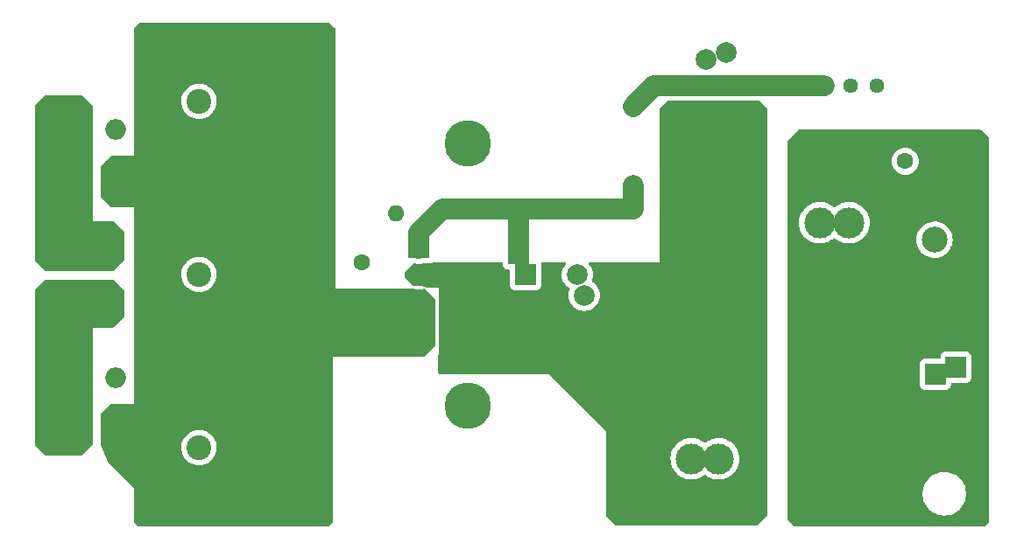
<source format=gbr>
%TF.GenerationSoftware,KiCad,Pcbnew,(6.0.0)*%
%TF.CreationDate,2022-07-31T17:47:00+01:00*%
%TF.ProjectId,M filament Heater,4d206669-6c61-46d6-956e-742048656174,rev?*%
%TF.SameCoordinates,Original*%
%TF.FileFunction,Copper,L1,Top*%
%TF.FilePolarity,Positive*%
%FSLAX46Y46*%
G04 Gerber Fmt 4.6, Leading zero omitted, Abs format (unit mm)*
G04 Created by KiCad (PCBNEW (6.0.0)) date 2022-07-31 17:47:00*
%MOMM*%
%LPD*%
G01*
G04 APERTURE LIST*
%TA.AperFunction,ComponentPad*%
%ADD10C,1.600000*%
%TD*%
%TA.AperFunction,ComponentPad*%
%ADD11R,2.000000X2.000000*%
%TD*%
%TA.AperFunction,ComponentPad*%
%ADD12C,2.000000*%
%TD*%
%TA.AperFunction,ComponentPad*%
%ADD13R,2.400000X2.400000*%
%TD*%
%TA.AperFunction,ComponentPad*%
%ADD14C,2.400000*%
%TD*%
%TA.AperFunction,ComponentPad*%
%ADD15O,2.000000X2.000000*%
%TD*%
%TA.AperFunction,ComponentPad*%
%ADD16R,2.500000X2.500000*%
%TD*%
%TA.AperFunction,ComponentPad*%
%ADD17C,2.500000*%
%TD*%
%TA.AperFunction,ComponentPad*%
%ADD18O,1.600000X1.600000*%
%TD*%
%TA.AperFunction,ComponentPad*%
%ADD19R,2.000000X1.905000*%
%TD*%
%TA.AperFunction,ComponentPad*%
%ADD20O,2.000000X1.905000*%
%TD*%
%TA.AperFunction,ComponentPad*%
%ADD21C,4.500000*%
%TD*%
%TA.AperFunction,ComponentPad*%
%ADD22C,1.440000*%
%TD*%
%TA.AperFunction,ComponentPad*%
%ADD23R,3.000000X3.000000*%
%TD*%
%TA.AperFunction,ComponentPad*%
%ADD24C,3.000000*%
%TD*%
%TA.AperFunction,Conductor*%
%ADD25C,2.000000*%
%TD*%
G04 APERTURE END LIST*
D10*
%TO.P,C8,1*%
%TO.N,Net-(C7-Pad1)*%
X186279000Y-91519063D03*
%TO.P,C8,2*%
%TO.N,Net-(C7-Pad2)*%
X191279000Y-91519063D03*
%TD*%
D11*
%TO.P,C6,1*%
%TO.N,Net-(C6-Pad1)*%
X164994427Y-87322144D03*
X166994427Y-86650000D03*
D12*
%TO.P,C6,2*%
%TO.N,GND*%
X166994427Y-81650000D03*
X168994427Y-80977856D03*
%TD*%
D13*
%TO.P,C1,1*%
%TO.N,Net-(C1-Pad1)*%
X125511755Y-119224659D03*
D14*
%TO.P,C1,2*%
%TO.N,GND*%
X118011755Y-119224659D03*
%TD*%
D11*
%TO.P,D4,1,K*%
%TO.N,Net-(D2-Pad2)*%
X104869000Y-88460000D03*
D15*
%TO.P,D4,2,A*%
%TO.N,GND*%
X109949000Y-88460000D03*
%TD*%
D16*
%TO.P,J2,1,Pin_1*%
%TO.N,Net-(C7-Pad2)*%
X189104000Y-104119063D03*
D17*
%TO.P,J2,2,Pin_2*%
%TO.N,Net-(C7-Pad1)*%
X189104000Y-99119063D03*
%TD*%
D13*
%TO.P,C2,1*%
%TO.N,Net-(C1-Pad1)*%
X125511755Y-85704186D03*
D14*
%TO.P,C2,2*%
%TO.N,GND*%
X118011755Y-85704186D03*
%TD*%
D11*
%TO.P,D2,1,K*%
%TO.N,Net-(C1-Pad1)*%
X109949000Y-92535000D03*
D15*
%TO.P,D2,2,A*%
%TO.N,Net-(D2-Pad2)*%
X104869000Y-92535000D03*
%TD*%
D10*
%TO.P,R3,1*%
%TO.N,Net-(C6-Pad1)*%
X159949000Y-103780000D03*
D18*
%TO.P,R3,2*%
%TO.N,Net-(C5-Pad1)*%
X159949000Y-96160000D03*
%TD*%
D10*
%TO.P,R2,1*%
%TO.N,Net-(C5-Pad1)*%
X159949000Y-93810000D03*
D18*
%TO.P,R2,2*%
%TO.N,Net-(R2-Pad2)*%
X159949000Y-86190000D03*
%TD*%
D19*
%TO.P,U1,1,ADJ*%
%TO.N,Net-(C5-Pad1)*%
X139259000Y-99950000D03*
D20*
%TO.P,U1,2,VO*%
%TO.N,Net-(C6-Pad1)*%
X139259000Y-102490000D03*
%TO.P,U1,3,VI*%
%TO.N,Net-(C1-Pad1)*%
X139259000Y-105030000D03*
%TD*%
D11*
%TO.P,D3,1,K*%
%TO.N,Net-(D1-Pad2)*%
X104869000Y-112445000D03*
D15*
%TO.P,D3,2,A*%
%TO.N,GND*%
X109949000Y-112445000D03*
%TD*%
D11*
%TO.P,D1,1,K*%
%TO.N,Net-(C1-Pad1)*%
X109949000Y-116520000D03*
D15*
%TO.P,D1,2,A*%
%TO.N,Net-(D1-Pad2)*%
X104869000Y-116520000D03*
%TD*%
D21*
%TO.P,HS1,1*%
%TO.N,N/C*%
X143954000Y-89790000D03*
X143954000Y-115190000D03*
%TD*%
D22*
%TO.P,RV1,1,1*%
%TO.N,Net-(R2-Pad2)*%
X178459000Y-84167323D03*
%TO.P,RV1,2,2*%
%TO.N,GND*%
X180999000Y-84167323D03*
%TO.P,RV1,3,3*%
X183539000Y-84167323D03*
%TD*%
D13*
%TO.P,C3,1*%
%TO.N,Net-(C1-Pad1)*%
X125511755Y-102464422D03*
D14*
%TO.P,C3,2*%
%TO.N,GND*%
X118011755Y-102464422D03*
%TD*%
D23*
%TO.P,FL1,1,1*%
%TO.N,Net-(C6-Pad1)*%
X165596548Y-97467500D03*
X168228998Y-97467500D03*
D24*
%TO.P,FL1,2,2*%
%TO.N,Net-(C7-Pad1)*%
X178011548Y-97467500D03*
X180836548Y-97467500D03*
%TO.P,FL1,3,3*%
%TO.N,GND*%
X165596548Y-120327500D03*
X168228998Y-120327500D03*
%TO.P,FL1,4,4*%
%TO.N,Net-(C7-Pad2)*%
X178011548Y-120327500D03*
X180836548Y-120327500D03*
%TD*%
D11*
%TO.P,C5,1*%
%TO.N,Net-(C5-Pad1)*%
X149576323Y-102490000D03*
X148904179Y-100490000D03*
D12*
%TO.P,C5,2*%
%TO.N,GND*%
X155248467Y-104490000D03*
X154576323Y-102490000D03*
%TD*%
D10*
%TO.P,C4,1*%
%TO.N,Net-(C1-Pad1)*%
X133739000Y-106330000D03*
%TO.P,C4,2*%
%TO.N,GND*%
X133739000Y-101330000D03*
%TD*%
D11*
%TO.P,C7,1*%
%TO.N,Net-(C7-Pad1)*%
X189179000Y-112144063D03*
X191179000Y-111471919D03*
D12*
%TO.P,C7,2*%
%TO.N,Net-(C7-Pad2)*%
X187179000Y-117816207D03*
X189179000Y-117144063D03*
%TD*%
D16*
%TO.P,~  ~,1,Pin_1*%
%TO.N,Net-(D1-Pad2)*%
X106759000Y-104990000D03*
D17*
%TO.P,~  ~,2,Pin_2*%
%TO.N,Net-(D2-Pad2)*%
X106759000Y-99990000D03*
%TD*%
D10*
%TO.P,R1,1*%
%TO.N,Net-(C1-Pad1)*%
X129389000Y-96550000D03*
D18*
%TO.P,R1,2*%
%TO.N,GND*%
X137009000Y-96550000D03*
%TD*%
D25*
%TO.N,Net-(C5-Pad1)*%
X139259000Y-98430000D02*
X139259000Y-99950000D01*
X159949000Y-96160000D02*
X149109000Y-96160000D01*
X148904179Y-96364821D02*
X149109000Y-96160000D01*
X148904179Y-100490000D02*
X148904179Y-96364821D01*
X141529000Y-96160000D02*
X139259000Y-98430000D01*
X159949000Y-93810000D02*
X159949000Y-96160000D01*
X149109000Y-96160000D02*
X141529000Y-96160000D01*
%TO.N,Net-(R2-Pad2)*%
X161971677Y-84167323D02*
X159949000Y-86190000D01*
X178459000Y-84167323D02*
X161971677Y-84167323D01*
%TD*%
%TA.AperFunction,Conductor*%
%TO.N,Net-(C6-Pad1)*%
G36*
X158509000Y-118790000D02*
G01*
X151879000Y-112160000D01*
X141275000Y-112160000D01*
X141206879Y-112139998D01*
X141160386Y-112086342D01*
X141149000Y-112034000D01*
X141149000Y-110302985D01*
X141151471Y-110280000D01*
X158509000Y-110280000D01*
X158509000Y-118790000D01*
G37*
%TD.AperFunction*%
%TD*%
%TA.AperFunction,Conductor*%
%TO.N,Net-(C6-Pad1)*%
G36*
X172212666Y-85695825D02*
G01*
X172233640Y-85712728D01*
X172891647Y-86370735D01*
X172925673Y-86433047D01*
X172928552Y-86459830D01*
X172928552Y-105720069D01*
X172924382Y-105736409D01*
X172926157Y-105736600D01*
X172924970Y-105747640D01*
X162503552Y-105747640D01*
X162503552Y-86459830D01*
X162523554Y-86391709D01*
X162540457Y-86370735D01*
X163198464Y-85712728D01*
X163260776Y-85678702D01*
X163287559Y-85675823D01*
X172144545Y-85675823D01*
X172212666Y-85695825D01*
G37*
%TD.AperFunction*%
%TD*%
%TA.AperFunction,Conductor*%
%TO.N,Net-(C7-Pad2)*%
G36*
X193611065Y-88480002D02*
G01*
X193632039Y-88496905D01*
X194350095Y-89214961D01*
X194384121Y-89277273D01*
X194387000Y-89304056D01*
X194387000Y-126384944D01*
X194366998Y-126453065D01*
X194350095Y-126474039D01*
X193974039Y-126850095D01*
X193911727Y-126884121D01*
X193884944Y-126887000D01*
X175630324Y-126887000D01*
X175562203Y-126866998D01*
X175541229Y-126850095D01*
X174957039Y-126265905D01*
X174923013Y-126203593D01*
X174920134Y-126176810D01*
X174920134Y-123840321D01*
X187940450Y-123840321D01*
X187977975Y-124125352D01*
X188053836Y-124402654D01*
X188166630Y-124667094D01*
X188314268Y-124913779D01*
X188494020Y-125138146D01*
X188702558Y-125336041D01*
X188936024Y-125503804D01*
X188939819Y-125505813D01*
X188939820Y-125505814D01*
X188961576Y-125517333D01*
X189190099Y-125638330D01*
X189460080Y-125737129D01*
X189740971Y-125798373D01*
X189769548Y-125800622D01*
X189963989Y-125815925D01*
X189963998Y-125815925D01*
X189966446Y-125816118D01*
X190121978Y-125816118D01*
X190124114Y-125815972D01*
X190124125Y-125815972D01*
X190332255Y-125801783D01*
X190332261Y-125801782D01*
X190336532Y-125801491D01*
X190340727Y-125800622D01*
X190340729Y-125800622D01*
X190477291Y-125772341D01*
X190618049Y-125743192D01*
X190889050Y-125647225D01*
X191144519Y-125515368D01*
X191148020Y-125512907D01*
X191148024Y-125512905D01*
X191262125Y-125432713D01*
X191379730Y-125350059D01*
X191590329Y-125154358D01*
X191772420Y-124931886D01*
X191922634Y-124686760D01*
X192038190Y-124423516D01*
X192116951Y-124147024D01*
X192157458Y-123862402D01*
X192157552Y-123844569D01*
X192158942Y-123579201D01*
X192158942Y-123579194D01*
X192158964Y-123574915D01*
X192121439Y-123289884D01*
X192045578Y-123012582D01*
X191932784Y-122748142D01*
X191785146Y-122501457D01*
X191605394Y-122277090D01*
X191396856Y-122079195D01*
X191163390Y-121911432D01*
X191141550Y-121899868D01*
X191118361Y-121887590D01*
X190909315Y-121776906D01*
X190639334Y-121678107D01*
X190358443Y-121616863D01*
X190327392Y-121614419D01*
X190135425Y-121599311D01*
X190135416Y-121599311D01*
X190132968Y-121599118D01*
X189977436Y-121599118D01*
X189975300Y-121599264D01*
X189975289Y-121599264D01*
X189767159Y-121613453D01*
X189767153Y-121613454D01*
X189762882Y-121613745D01*
X189758687Y-121614614D01*
X189758685Y-121614614D01*
X189622123Y-121642895D01*
X189481365Y-121672044D01*
X189210364Y-121768011D01*
X188954895Y-121899868D01*
X188951394Y-121902329D01*
X188951390Y-121902331D01*
X188941301Y-121909422D01*
X188719684Y-122065177D01*
X188509085Y-122260878D01*
X188326994Y-122483350D01*
X188176780Y-122728476D01*
X188061224Y-122991720D01*
X187982463Y-123268212D01*
X187941956Y-123552834D01*
X187941934Y-123557123D01*
X187941933Y-123557130D01*
X187940472Y-123836035D01*
X187940450Y-123840321D01*
X174920134Y-123840321D01*
X174920134Y-113192197D01*
X187670500Y-113192197D01*
X187677255Y-113254379D01*
X187728385Y-113390768D01*
X187815739Y-113507324D01*
X187932295Y-113594678D01*
X188068684Y-113645808D01*
X188130866Y-113652563D01*
X190227134Y-113652563D01*
X190289316Y-113645808D01*
X190425705Y-113594678D01*
X190542261Y-113507324D01*
X190629615Y-113390768D01*
X190680745Y-113254379D01*
X190687500Y-113192197D01*
X190687500Y-113106419D01*
X190707502Y-113038298D01*
X190761158Y-112991805D01*
X190813500Y-112980419D01*
X192227134Y-112980419D01*
X192289316Y-112973664D01*
X192425705Y-112922534D01*
X192542261Y-112835180D01*
X192629615Y-112718624D01*
X192680745Y-112582235D01*
X192687500Y-112520053D01*
X192687500Y-110423785D01*
X192680745Y-110361603D01*
X192629615Y-110225214D01*
X192542261Y-110108658D01*
X192425705Y-110021304D01*
X192289316Y-109970174D01*
X192227134Y-109963419D01*
X190130866Y-109963419D01*
X190068684Y-109970174D01*
X189932295Y-110021304D01*
X189815739Y-110108658D01*
X189728385Y-110225214D01*
X189677255Y-110361603D01*
X189670500Y-110423785D01*
X189670500Y-110509563D01*
X189650498Y-110577684D01*
X189596842Y-110624177D01*
X189544500Y-110635563D01*
X188130866Y-110635563D01*
X188068684Y-110642318D01*
X187932295Y-110693448D01*
X187815739Y-110780802D01*
X187728385Y-110897358D01*
X187677255Y-111033747D01*
X187670500Y-111095929D01*
X187670500Y-113192197D01*
X174920134Y-113192197D01*
X174920134Y-97446418D01*
X175998465Y-97446418D01*
X176014230Y-97719820D01*
X176015055Y-97724025D01*
X176015056Y-97724033D01*
X176019880Y-97748620D01*
X176066953Y-97988553D01*
X176068340Y-97992603D01*
X176068341Y-97992608D01*
X176116396Y-98132965D01*
X176155660Y-98247644D01*
X176278708Y-98492299D01*
X176281134Y-98495828D01*
X176281137Y-98495834D01*
X176355125Y-98603486D01*
X176433822Y-98717990D01*
X176436709Y-98721163D01*
X176436710Y-98721164D01*
X176597416Y-98897779D01*
X176618130Y-98920543D01*
X176828223Y-99096207D01*
X176831864Y-99098491D01*
X177056572Y-99239451D01*
X177056576Y-99239453D01*
X177060212Y-99241734D01*
X177128092Y-99272383D01*
X177305893Y-99352664D01*
X177305897Y-99352666D01*
X177309805Y-99354430D01*
X177313925Y-99355650D01*
X177313924Y-99355650D01*
X177568271Y-99430991D01*
X177568275Y-99430992D01*
X177572384Y-99432209D01*
X177576618Y-99432857D01*
X177576623Y-99432858D01*
X177838846Y-99472983D01*
X177838848Y-99472983D01*
X177843088Y-99473632D01*
X177982460Y-99475822D01*
X178112619Y-99477867D01*
X178112625Y-99477867D01*
X178116910Y-99477934D01*
X178388783Y-99445034D01*
X178653675Y-99375541D01*
X178657635Y-99373901D01*
X178657640Y-99373899D01*
X178780179Y-99323141D01*
X178906684Y-99270741D01*
X179143130Y-99132573D01*
X179226103Y-99067514D01*
X179348519Y-98971528D01*
X179414467Y-98945236D01*
X179484162Y-98958771D01*
X179507087Y-98974019D01*
X179653223Y-99096207D01*
X179656864Y-99098491D01*
X179881572Y-99239451D01*
X179881576Y-99239453D01*
X179885212Y-99241734D01*
X179953092Y-99272383D01*
X180130893Y-99352664D01*
X180130897Y-99352666D01*
X180134805Y-99354430D01*
X180138925Y-99355650D01*
X180138924Y-99355650D01*
X180393271Y-99430991D01*
X180393275Y-99430992D01*
X180397384Y-99432209D01*
X180401618Y-99432857D01*
X180401623Y-99432858D01*
X180663846Y-99472983D01*
X180663848Y-99472983D01*
X180668088Y-99473632D01*
X180807460Y-99475822D01*
X180937619Y-99477867D01*
X180937625Y-99477867D01*
X180941910Y-99477934D01*
X181213783Y-99445034D01*
X181478675Y-99375541D01*
X181482635Y-99373901D01*
X181482640Y-99373899D01*
X181605179Y-99323141D01*
X181731684Y-99270741D01*
X181968130Y-99132573D01*
X182044231Y-99072902D01*
X187341173Y-99072902D01*
X187353713Y-99333971D01*
X187404704Y-99590319D01*
X187493026Y-99836315D01*
X187495242Y-99840439D01*
X187559753Y-99960500D01*
X187616737Y-100066554D01*
X187619532Y-100070297D01*
X187619534Y-100070300D01*
X187770330Y-100272240D01*
X187770335Y-100272246D01*
X187773122Y-100275978D01*
X187776431Y-100279258D01*
X187776436Y-100279264D01*
X187955426Y-100456698D01*
X187958743Y-100459986D01*
X187962505Y-100462744D01*
X187962508Y-100462747D01*
X188165750Y-100611770D01*
X188169524Y-100614537D01*
X188173667Y-100616717D01*
X188173669Y-100616718D01*
X188396684Y-100734052D01*
X188396689Y-100734054D01*
X188400834Y-100736235D01*
X188647590Y-100822407D01*
X188652183Y-100823279D01*
X188899785Y-100870287D01*
X188899788Y-100870287D01*
X188904374Y-100871158D01*
X189034958Y-100876289D01*
X189160875Y-100881237D01*
X189160881Y-100881237D01*
X189165543Y-100881420D01*
X189244977Y-100872720D01*
X189420707Y-100853475D01*
X189420712Y-100853474D01*
X189425360Y-100852965D01*
X189538116Y-100823279D01*
X189673594Y-100787611D01*
X189673596Y-100787610D01*
X189678117Y-100786420D01*
X189918262Y-100683245D01*
X190140519Y-100545709D01*
X190144082Y-100542692D01*
X190144087Y-100542689D01*
X190336439Y-100379850D01*
X190336440Y-100379849D01*
X190340005Y-100376831D01*
X190431729Y-100272240D01*
X190509257Y-100183837D01*
X190509261Y-100183832D01*
X190512339Y-100180322D01*
X190653733Y-99960500D01*
X190761083Y-99722192D01*
X190799567Y-99585739D01*
X190830760Y-99475139D01*
X190830761Y-99475136D01*
X190832030Y-99470635D01*
X190846813Y-99354430D01*
X190864616Y-99214484D01*
X190864616Y-99214480D01*
X190865014Y-99211354D01*
X190867431Y-99119063D01*
X190865902Y-99098491D01*
X190848407Y-98863063D01*
X190848406Y-98863059D01*
X190848061Y-98858411D01*
X190836725Y-98808311D01*
X190791408Y-98608043D01*
X190790377Y-98603486D01*
X190771603Y-98555209D01*
X190697340Y-98364239D01*
X190697339Y-98364236D01*
X190695647Y-98359886D01*
X190565951Y-98132965D01*
X190404138Y-97927706D01*
X190213763Y-97748620D01*
X189999009Y-97599639D01*
X189994816Y-97597571D01*
X189768781Y-97486103D01*
X189768778Y-97486102D01*
X189764593Y-97484038D01*
X189718449Y-97469267D01*
X189520123Y-97405783D01*
X189515665Y-97404356D01*
X189257693Y-97362342D01*
X189143942Y-97360853D01*
X189001022Y-97358982D01*
X189001019Y-97358982D01*
X188996345Y-97358921D01*
X188737362Y-97394167D01*
X188486433Y-97467306D01*
X188482180Y-97469266D01*
X188482179Y-97469267D01*
X188445659Y-97486103D01*
X188249072Y-97576731D01*
X188210067Y-97602304D01*
X188034404Y-97717473D01*
X188034399Y-97717477D01*
X188030491Y-97720039D01*
X187835494Y-97894081D01*
X187668363Y-98095033D01*
X187665934Y-98099036D01*
X187538325Y-98309330D01*
X187532771Y-98318482D01*
X187431697Y-98559518D01*
X187367359Y-98812846D01*
X187341173Y-99072902D01*
X182044231Y-99072902D01*
X182183637Y-98963594D01*
X182201428Y-98945236D01*
X182371234Y-98770009D01*
X182374217Y-98766931D01*
X182376750Y-98763483D01*
X182376754Y-98763478D01*
X182533805Y-98549678D01*
X182536343Y-98546223D01*
X182563702Y-98495834D01*
X182664966Y-98309330D01*
X182664967Y-98309328D01*
X182667016Y-98305554D01*
X182715416Y-98177466D01*
X182762299Y-98053395D01*
X182762300Y-98053391D01*
X182763817Y-98049377D01*
X182792416Y-97924506D01*
X182823997Y-97786617D01*
X182823998Y-97786613D01*
X182824955Y-97782433D01*
X182830246Y-97723156D01*
X182849079Y-97512127D01*
X182849079Y-97512125D01*
X182849299Y-97509661D01*
X182849741Y-97467500D01*
X182845534Y-97405783D01*
X182831407Y-97198555D01*
X182831406Y-97198549D01*
X182831115Y-97194278D01*
X182775580Y-96926112D01*
X182684165Y-96667965D01*
X182558561Y-96424612D01*
X182548588Y-96410421D01*
X182403556Y-96204062D01*
X182401093Y-96200557D01*
X182214673Y-95999945D01*
X182211358Y-95997231D01*
X182211354Y-95997228D01*
X182006071Y-95829206D01*
X182006070Y-95829205D01*
X182002753Y-95826490D01*
X181769252Y-95683401D01*
X181765316Y-95681673D01*
X181522421Y-95575049D01*
X181522417Y-95575048D01*
X181518493Y-95573325D01*
X181255114Y-95498300D01*
X181250872Y-95497696D01*
X181250866Y-95497695D01*
X181050382Y-95469162D01*
X180983991Y-95459713D01*
X180840137Y-95458960D01*
X180714425Y-95458302D01*
X180714419Y-95458302D01*
X180710139Y-95458280D01*
X180705895Y-95458839D01*
X180705891Y-95458839D01*
X180586850Y-95474511D01*
X180438626Y-95494025D01*
X180434486Y-95495158D01*
X180434484Y-95495158D01*
X180361556Y-95515109D01*
X180174476Y-95566288D01*
X180170528Y-95567972D01*
X179926530Y-95672046D01*
X179926526Y-95672048D01*
X179922578Y-95673732D01*
X179902673Y-95685645D01*
X179691273Y-95812164D01*
X179691269Y-95812167D01*
X179687591Y-95814368D01*
X179503124Y-95962154D01*
X179502088Y-95962984D01*
X179436418Y-95989966D01*
X179366586Y-95977161D01*
X179343504Y-95962156D01*
X179282983Y-95912620D01*
X179181071Y-95829205D01*
X179181064Y-95829200D01*
X179177753Y-95826490D01*
X178944252Y-95683401D01*
X178940316Y-95681673D01*
X178697421Y-95575049D01*
X178697417Y-95575048D01*
X178693493Y-95573325D01*
X178430114Y-95498300D01*
X178425872Y-95497696D01*
X178425866Y-95497695D01*
X178225382Y-95469162D01*
X178158991Y-95459713D01*
X178015137Y-95458960D01*
X177889425Y-95458302D01*
X177889419Y-95458302D01*
X177885139Y-95458280D01*
X177880895Y-95458839D01*
X177880891Y-95458839D01*
X177761850Y-95474511D01*
X177613626Y-95494025D01*
X177609486Y-95495158D01*
X177609484Y-95495158D01*
X177536556Y-95515109D01*
X177349476Y-95566288D01*
X177345528Y-95567972D01*
X177101530Y-95672046D01*
X177101526Y-95672048D01*
X177097578Y-95673732D01*
X177077673Y-95685645D01*
X176866273Y-95812164D01*
X176866269Y-95812167D01*
X176862591Y-95814368D01*
X176648866Y-95985594D01*
X176460356Y-96184242D01*
X176300550Y-96406636D01*
X176172405Y-96648661D01*
X176170933Y-96652684D01*
X176170931Y-96652688D01*
X176163862Y-96672006D01*
X176078291Y-96905837D01*
X176019952Y-97173407D01*
X175998465Y-97446418D01*
X174920134Y-97446418D01*
X174920134Y-91519063D01*
X184965502Y-91519063D01*
X184985457Y-91747150D01*
X185044716Y-91968306D01*
X185047039Y-91973287D01*
X185047039Y-91973288D01*
X185139151Y-92170825D01*
X185139154Y-92170830D01*
X185141477Y-92175812D01*
X185272802Y-92363363D01*
X185434700Y-92525261D01*
X185439208Y-92528418D01*
X185439211Y-92528420D01*
X185517389Y-92583161D01*
X185622251Y-92656586D01*
X185627233Y-92658909D01*
X185627238Y-92658912D01*
X185824775Y-92751024D01*
X185829757Y-92753347D01*
X185835065Y-92754769D01*
X185835067Y-92754770D01*
X186045598Y-92811182D01*
X186045600Y-92811182D01*
X186050913Y-92812606D01*
X186279000Y-92832561D01*
X186507087Y-92812606D01*
X186512400Y-92811182D01*
X186512402Y-92811182D01*
X186722933Y-92754770D01*
X186722935Y-92754769D01*
X186728243Y-92753347D01*
X186733225Y-92751024D01*
X186930762Y-92658912D01*
X186930767Y-92658909D01*
X186935749Y-92656586D01*
X187040611Y-92583161D01*
X187118789Y-92528420D01*
X187118792Y-92528418D01*
X187123300Y-92525261D01*
X187285198Y-92363363D01*
X187416523Y-92175812D01*
X187418846Y-92170830D01*
X187418849Y-92170825D01*
X187510961Y-91973288D01*
X187510961Y-91973287D01*
X187513284Y-91968306D01*
X187572543Y-91747150D01*
X187592498Y-91519063D01*
X187572543Y-91290976D01*
X187513284Y-91069820D01*
X187510961Y-91064838D01*
X187418849Y-90867301D01*
X187418846Y-90867296D01*
X187416523Y-90862314D01*
X187285198Y-90674763D01*
X187123300Y-90512865D01*
X187118792Y-90509708D01*
X187118789Y-90509706D01*
X187040611Y-90454965D01*
X186935749Y-90381540D01*
X186930767Y-90379217D01*
X186930762Y-90379214D01*
X186733225Y-90287102D01*
X186733224Y-90287102D01*
X186728243Y-90284779D01*
X186722935Y-90283357D01*
X186722933Y-90283356D01*
X186512402Y-90226944D01*
X186512400Y-90226944D01*
X186507087Y-90225520D01*
X186279000Y-90205565D01*
X186050913Y-90225520D01*
X186045600Y-90226944D01*
X186045598Y-90226944D01*
X185835067Y-90283356D01*
X185835065Y-90283357D01*
X185829757Y-90284779D01*
X185824776Y-90287102D01*
X185824775Y-90287102D01*
X185627238Y-90379214D01*
X185627233Y-90379217D01*
X185622251Y-90381540D01*
X185517389Y-90454965D01*
X185439211Y-90509706D01*
X185439208Y-90509708D01*
X185434700Y-90512865D01*
X185272802Y-90674763D01*
X185141477Y-90862314D01*
X185139154Y-90867296D01*
X185139151Y-90867301D01*
X185047039Y-91064838D01*
X185044716Y-91069820D01*
X184985457Y-91290976D01*
X184965502Y-91519063D01*
X174920134Y-91519063D01*
X174920134Y-89512190D01*
X174940136Y-89444069D01*
X174957039Y-89423095D01*
X175883229Y-88496905D01*
X175945541Y-88462879D01*
X175972324Y-88460000D01*
X193542944Y-88460000D01*
X193611065Y-88480002D01*
G37*
%TD.AperFunction*%
%TD*%
%TA.AperFunction,Conductor*%
%TO.N,Net-(C6-Pad1)*%
G36*
X153735302Y-104490000D02*
G01*
X153753932Y-104726711D01*
X153809362Y-104957594D01*
X153900227Y-105176963D01*
X153902813Y-105181183D01*
X154021708Y-105375202D01*
X154021712Y-105375208D01*
X154024291Y-105379416D01*
X154178498Y-105559969D01*
X154359051Y-105714176D01*
X154363259Y-105716755D01*
X154363265Y-105716759D01*
X154557284Y-105835654D01*
X154561504Y-105838240D01*
X154566074Y-105840133D01*
X154566078Y-105840135D01*
X154776300Y-105927211D01*
X154780873Y-105929105D01*
X154861076Y-105948360D01*
X155006943Y-105983380D01*
X155006949Y-105983381D01*
X155011756Y-105984535D01*
X155248467Y-106003165D01*
X155485178Y-105984535D01*
X155489985Y-105983381D01*
X155489991Y-105983380D01*
X155635858Y-105948360D01*
X155716061Y-105929105D01*
X155720634Y-105927211D01*
X155930856Y-105840135D01*
X155930860Y-105840133D01*
X155935430Y-105838240D01*
X155939650Y-105835654D01*
X156133669Y-105716759D01*
X156133675Y-105716755D01*
X156137883Y-105714176D01*
X156318436Y-105559969D01*
X156472643Y-105379416D01*
X156475222Y-105375208D01*
X156475226Y-105375202D01*
X156594121Y-105181183D01*
X156596707Y-105176963D01*
X156687572Y-104957594D01*
X156743002Y-104726711D01*
X156761632Y-104490000D01*
X156745498Y-104285000D01*
X172924000Y-104285000D01*
X172924000Y-125732810D01*
X172903998Y-125800931D01*
X172887095Y-125821905D01*
X171960905Y-126748095D01*
X171898593Y-126782121D01*
X171871810Y-126785000D01*
X158411190Y-126785000D01*
X158343069Y-126764998D01*
X158322095Y-126748095D01*
X157395905Y-125821905D01*
X157361879Y-125759593D01*
X157359000Y-125732810D01*
X157359000Y-120306418D01*
X163583465Y-120306418D01*
X163599230Y-120579820D01*
X163600055Y-120584025D01*
X163600056Y-120584033D01*
X163610675Y-120638157D01*
X163651953Y-120848553D01*
X163653340Y-120852603D01*
X163653341Y-120852608D01*
X163674153Y-120913395D01*
X163740660Y-121107644D01*
X163863708Y-121352299D01*
X163866134Y-121355828D01*
X163866137Y-121355834D01*
X164016391Y-121574453D01*
X164018822Y-121577990D01*
X164203130Y-121780543D01*
X164413223Y-121956207D01*
X164416864Y-121958491D01*
X164641572Y-122099451D01*
X164641576Y-122099453D01*
X164645212Y-122101734D01*
X164713092Y-122132383D01*
X164890893Y-122212664D01*
X164890897Y-122212666D01*
X164894805Y-122214430D01*
X164898925Y-122215650D01*
X164898924Y-122215650D01*
X165153271Y-122290991D01*
X165153275Y-122290992D01*
X165157384Y-122292209D01*
X165161618Y-122292857D01*
X165161623Y-122292858D01*
X165423846Y-122332983D01*
X165423848Y-122332983D01*
X165428088Y-122333632D01*
X165567460Y-122335822D01*
X165697619Y-122337867D01*
X165697625Y-122337867D01*
X165701910Y-122337934D01*
X165973783Y-122305034D01*
X166238675Y-122235541D01*
X166242635Y-122233901D01*
X166242640Y-122233899D01*
X166365180Y-122183141D01*
X166491684Y-122130741D01*
X166728130Y-121992573D01*
X166834154Y-121909440D01*
X166900100Y-121883149D01*
X166969794Y-121896684D01*
X166992720Y-121911932D01*
X167045673Y-121956207D01*
X167049314Y-121958491D01*
X167274022Y-122099451D01*
X167274026Y-122099453D01*
X167277662Y-122101734D01*
X167345542Y-122132383D01*
X167523343Y-122212664D01*
X167523347Y-122212666D01*
X167527255Y-122214430D01*
X167531375Y-122215650D01*
X167531374Y-122215650D01*
X167785721Y-122290991D01*
X167785725Y-122290992D01*
X167789834Y-122292209D01*
X167794068Y-122292857D01*
X167794073Y-122292858D01*
X168056296Y-122332983D01*
X168056298Y-122332983D01*
X168060538Y-122333632D01*
X168199910Y-122335822D01*
X168330069Y-122337867D01*
X168330075Y-122337867D01*
X168334360Y-122337934D01*
X168606233Y-122305034D01*
X168871125Y-122235541D01*
X168875085Y-122233901D01*
X168875090Y-122233899D01*
X168997630Y-122183141D01*
X169124134Y-122130741D01*
X169360580Y-121992573D01*
X169576087Y-121823594D01*
X169617807Y-121780543D01*
X169763684Y-121630009D01*
X169766667Y-121626931D01*
X169769200Y-121623483D01*
X169769204Y-121623478D01*
X169926255Y-121409678D01*
X169928793Y-121406223D01*
X169956152Y-121355834D01*
X170057416Y-121169330D01*
X170057417Y-121169328D01*
X170059466Y-121165554D01*
X170156267Y-120909377D01*
X170217405Y-120642433D01*
X170241749Y-120369661D01*
X170242191Y-120327500D01*
X170223565Y-120054278D01*
X170168030Y-119786112D01*
X170076615Y-119527965D01*
X169951011Y-119284612D01*
X169941038Y-119270421D01*
X169796006Y-119064062D01*
X169793543Y-119060557D01*
X169607123Y-118859945D01*
X169603808Y-118857231D01*
X169603804Y-118857228D01*
X169398521Y-118689206D01*
X169395203Y-118686490D01*
X169161702Y-118543401D01*
X169157766Y-118541673D01*
X168914871Y-118435049D01*
X168914867Y-118435048D01*
X168910943Y-118433325D01*
X168647564Y-118358300D01*
X168643322Y-118357696D01*
X168643316Y-118357695D01*
X168442832Y-118329162D01*
X168376441Y-118319713D01*
X168232587Y-118318960D01*
X168106875Y-118318302D01*
X168106869Y-118318302D01*
X168102589Y-118318280D01*
X168098345Y-118318839D01*
X168098341Y-118318839D01*
X167979300Y-118334511D01*
X167831076Y-118354025D01*
X167826936Y-118355158D01*
X167826934Y-118355158D01*
X167754006Y-118375109D01*
X167566926Y-118426288D01*
X167562978Y-118427972D01*
X167318980Y-118532046D01*
X167318976Y-118532048D01*
X167315028Y-118533732D01*
X167295123Y-118545645D01*
X167083723Y-118672164D01*
X167083719Y-118672167D01*
X167080041Y-118674368D01*
X167076694Y-118677049D01*
X167076686Y-118677055D01*
X166991843Y-118745027D01*
X166926174Y-118772009D01*
X166856342Y-118759204D01*
X166833257Y-118744197D01*
X166766071Y-118689206D01*
X166762753Y-118686490D01*
X166529252Y-118543401D01*
X166525316Y-118541673D01*
X166282421Y-118435049D01*
X166282417Y-118435048D01*
X166278493Y-118433325D01*
X166015114Y-118358300D01*
X166010872Y-118357696D01*
X166010866Y-118357695D01*
X165810382Y-118329162D01*
X165743991Y-118319713D01*
X165600137Y-118318960D01*
X165474425Y-118318302D01*
X165474419Y-118318302D01*
X165470139Y-118318280D01*
X165465895Y-118318839D01*
X165465891Y-118318839D01*
X165346850Y-118334511D01*
X165198626Y-118354025D01*
X165194486Y-118355158D01*
X165194484Y-118355158D01*
X165121556Y-118375109D01*
X164934476Y-118426288D01*
X164930528Y-118427972D01*
X164686530Y-118532046D01*
X164686526Y-118532048D01*
X164682578Y-118533732D01*
X164662673Y-118545645D01*
X164451273Y-118672164D01*
X164451269Y-118672167D01*
X164447591Y-118674368D01*
X164233866Y-118845594D01*
X164045356Y-119044242D01*
X163885550Y-119266636D01*
X163757405Y-119508661D01*
X163755933Y-119512684D01*
X163755931Y-119512688D01*
X163748862Y-119532006D01*
X163663291Y-119765837D01*
X163604952Y-120033407D01*
X163583465Y-120306418D01*
X157359000Y-120306418D01*
X157359000Y-110910000D01*
X147634000Y-110910000D01*
X147634000Y-104285000D01*
X153751436Y-104285000D01*
X153735302Y-104490000D01*
G37*
%TD.AperFunction*%
%TD*%
%TA.AperFunction,Conductor*%
%TO.N,Net-(C1-Pad1)*%
G36*
X112684000Y-95960000D02*
G01*
X109561190Y-95960000D01*
X109493069Y-95939998D01*
X109472095Y-95923095D01*
X108545905Y-94996905D01*
X108511879Y-94934593D01*
X108509000Y-94907810D01*
X108509000Y-92062190D01*
X108529002Y-91994069D01*
X108545905Y-91973095D01*
X109472095Y-91046905D01*
X109534407Y-91012879D01*
X109561190Y-91010000D01*
X112684000Y-91010000D01*
X112684000Y-95960000D01*
G37*
%TD.AperFunction*%
%TD*%
%TA.AperFunction,Conductor*%
%TO.N,Net-(D1-Pad2)*%
G36*
X109774931Y-103005002D02*
G01*
X109795905Y-103021905D01*
X110722095Y-103948095D01*
X110756121Y-104010407D01*
X110759000Y-104037190D01*
X110759000Y-106557810D01*
X110738998Y-106625931D01*
X110722095Y-106646905D01*
X109795905Y-107573095D01*
X109733593Y-107607121D01*
X109706810Y-107610000D01*
X107734000Y-107610000D01*
X107734000Y-118932810D01*
X107713998Y-119000931D01*
X107697095Y-119021905D01*
X106770905Y-119948095D01*
X106708593Y-119982121D01*
X106681810Y-119985000D01*
X103186190Y-119985000D01*
X103118069Y-119964998D01*
X103097095Y-119948095D01*
X102170905Y-119021905D01*
X102136879Y-118959593D01*
X102134000Y-118932810D01*
X102134000Y-104037190D01*
X102154002Y-103969069D01*
X102170905Y-103948095D01*
X103097095Y-103021905D01*
X103159407Y-102987879D01*
X103186190Y-102985000D01*
X109706810Y-102985000D01*
X109774931Y-103005002D01*
G37*
%TD.AperFunction*%
%TD*%
%TA.AperFunction,Conductor*%
%TO.N,Net-(D2-Pad2)*%
G36*
X106749931Y-85155002D02*
G01*
X106770905Y-85171905D01*
X107697095Y-86098095D01*
X107731121Y-86160407D01*
X107734000Y-86187190D01*
X107734000Y-97310000D01*
X109706810Y-97310000D01*
X109774931Y-97330002D01*
X109795905Y-97346905D01*
X110722095Y-98273095D01*
X110756121Y-98335407D01*
X110759000Y-98362190D01*
X110759000Y-101057810D01*
X110738998Y-101125931D01*
X110722095Y-101146905D01*
X109795905Y-102073095D01*
X109733593Y-102107121D01*
X109706810Y-102110000D01*
X103186190Y-102110000D01*
X103118069Y-102089998D01*
X103097095Y-102073095D01*
X102170905Y-101146905D01*
X102136879Y-101084593D01*
X102134000Y-101057810D01*
X102134000Y-86187190D01*
X102154002Y-86119069D01*
X102170905Y-86098095D01*
X103097095Y-85171905D01*
X103159407Y-85137879D01*
X103186190Y-85135000D01*
X106681810Y-85135000D01*
X106749931Y-85155002D01*
G37*
%TD.AperFunction*%
%TD*%
%TA.AperFunction,Conductor*%
%TO.N,Net-(C6-Pad1)*%
G36*
X147337800Y-101280002D02*
G01*
X147384293Y-101333658D01*
X147395679Y-101386000D01*
X147395679Y-101538134D01*
X147402434Y-101600316D01*
X147453564Y-101736705D01*
X147540918Y-101853261D01*
X147657474Y-101940615D01*
X147793863Y-101991745D01*
X147856045Y-101998500D01*
X147941823Y-101998500D01*
X148009944Y-102018502D01*
X148056437Y-102072158D01*
X148067823Y-102124500D01*
X148067823Y-103538134D01*
X148074578Y-103600316D01*
X148125708Y-103736705D01*
X148213062Y-103853261D01*
X148329618Y-103940615D01*
X148466007Y-103991745D01*
X148528189Y-103998500D01*
X150624457Y-103998500D01*
X150686639Y-103991745D01*
X150823028Y-103940615D01*
X150939584Y-103853261D01*
X151026938Y-103736705D01*
X151078068Y-103600316D01*
X151084823Y-103538134D01*
X151084823Y-101441866D01*
X151080232Y-101399607D01*
X151092760Y-101329726D01*
X151141080Y-101277710D01*
X151205495Y-101260000D01*
X153369718Y-101260000D01*
X153437839Y-101280002D01*
X153484332Y-101333658D01*
X153494436Y-101403932D01*
X153465529Y-101467831D01*
X153352147Y-101600584D01*
X153349568Y-101604792D01*
X153349564Y-101604798D01*
X153264328Y-101743891D01*
X153228083Y-101803037D01*
X153226190Y-101807607D01*
X153226188Y-101807611D01*
X153169791Y-101943767D01*
X153137218Y-102022406D01*
X153081788Y-102253289D01*
X153063158Y-102490000D01*
X153081788Y-102726711D01*
X153137218Y-102957594D01*
X153139111Y-102962165D01*
X153139112Y-102962167D01*
X153173072Y-103044153D01*
X153228083Y-103176963D01*
X153230669Y-103181183D01*
X153349564Y-103375202D01*
X153349568Y-103375208D01*
X153352147Y-103379416D01*
X153506354Y-103559969D01*
X153686907Y-103714176D01*
X153691129Y-103716763D01*
X153794642Y-103780197D01*
X153842274Y-103832845D01*
X153853880Y-103902886D01*
X153845216Y-103935847D01*
X153809362Y-104022406D01*
X153753932Y-104253289D01*
X153735302Y-104490000D01*
X153753932Y-104726711D01*
X153809362Y-104957594D01*
X153900227Y-105176963D01*
X153902813Y-105181183D01*
X154021708Y-105375202D01*
X154021712Y-105375208D01*
X154024291Y-105379416D01*
X154178498Y-105559969D01*
X154359051Y-105714176D01*
X154363259Y-105716755D01*
X154363265Y-105716759D01*
X154557284Y-105835654D01*
X154561504Y-105838240D01*
X154566074Y-105840133D01*
X154566078Y-105840135D01*
X154776300Y-105927211D01*
X154780873Y-105929105D01*
X154861076Y-105948360D01*
X155006943Y-105983380D01*
X155006949Y-105983381D01*
X155011756Y-105984535D01*
X155248467Y-106003165D01*
X155485178Y-105984535D01*
X155489985Y-105983381D01*
X155489991Y-105983380D01*
X155635858Y-105948360D01*
X155716061Y-105929105D01*
X155720634Y-105927211D01*
X155930856Y-105840135D01*
X155930860Y-105840133D01*
X155935430Y-105838240D01*
X155939650Y-105835654D01*
X156133669Y-105716759D01*
X156133675Y-105716755D01*
X156137883Y-105714176D01*
X156318436Y-105559969D01*
X156472643Y-105379416D01*
X156475222Y-105375208D01*
X156475226Y-105375202D01*
X156594121Y-105181183D01*
X156596707Y-105176963D01*
X156687572Y-104957594D01*
X156743002Y-104726711D01*
X156761632Y-104490000D01*
X156743002Y-104253289D01*
X156687572Y-104022406D01*
X156654999Y-103943767D01*
X156598602Y-103807611D01*
X156598600Y-103807607D01*
X156596707Y-103803037D01*
X156560462Y-103743891D01*
X156475226Y-103604798D01*
X156475222Y-103604792D01*
X156472643Y-103600584D01*
X156318436Y-103420031D01*
X156137883Y-103265824D01*
X156098056Y-103241418D01*
X156030148Y-103199803D01*
X155982516Y-103147155D01*
X155970910Y-103077114D01*
X155979574Y-103044153D01*
X156013534Y-102962167D01*
X156013535Y-102962165D01*
X156015428Y-102957594D01*
X156070858Y-102726711D01*
X156089488Y-102490000D01*
X156070858Y-102253289D01*
X156015428Y-102022406D01*
X155982855Y-101943767D01*
X155926458Y-101807611D01*
X155926456Y-101807607D01*
X155924563Y-101803037D01*
X155888318Y-101743891D01*
X155803082Y-101604798D01*
X155803078Y-101604792D01*
X155800499Y-101600584D01*
X155687117Y-101467831D01*
X155658086Y-101403041D01*
X155668691Y-101332841D01*
X155715566Y-101279518D01*
X155782928Y-101260000D01*
X165869000Y-101260000D01*
X165869000Y-110440000D01*
X141154000Y-110440000D01*
X141154000Y-101260000D01*
X147269679Y-101260000D01*
X147337800Y-101280002D01*
G37*
%TD.AperFunction*%
%TD*%
%TA.AperFunction,Conductor*%
%TO.N,Net-(C6-Pad1)*%
G36*
X142634000Y-103760000D02*
G01*
X140068536Y-103760000D01*
X140015486Y-103748288D01*
X139817405Y-103656342D01*
X139817401Y-103656341D01*
X139812710Y-103654163D01*
X139581202Y-103589960D01*
X139576065Y-103589411D01*
X139388407Y-103569356D01*
X139388399Y-103569356D01*
X139385072Y-103569000D01*
X139150598Y-103569000D01*
X139148025Y-103569212D01*
X139148014Y-103569212D01*
X139047054Y-103577513D01*
X138972063Y-103583678D01*
X138947054Y-103589960D01*
X138830035Y-103619353D01*
X138759093Y-103616549D01*
X138710244Y-103586244D01*
X137920905Y-102796905D01*
X137886879Y-102734593D01*
X137884000Y-102707810D01*
X137884000Y-102312190D01*
X137904002Y-102244069D01*
X137920905Y-102223095D01*
X138696095Y-101447905D01*
X138758407Y-101413879D01*
X138785190Y-101411000D01*
X138862562Y-101411000D01*
X138888329Y-101413663D01*
X139064369Y-101450440D01*
X139064373Y-101450440D01*
X139069320Y-101451474D01*
X139311817Y-101462486D01*
X139316837Y-101461905D01*
X139316841Y-101461905D01*
X139547929Y-101435167D01*
X139547933Y-101435166D01*
X139552956Y-101434585D01*
X139557828Y-101433206D01*
X139557835Y-101433205D01*
X139619482Y-101415761D01*
X139653789Y-101411000D01*
X140307134Y-101411000D01*
X140369316Y-101404245D01*
X140505705Y-101353115D01*
X140596359Y-101285174D01*
X140662864Y-101260326D01*
X140671923Y-101260000D01*
X142634000Y-101260000D01*
X142634000Y-103760000D01*
G37*
%TD.AperFunction*%
%TD*%
%TA.AperFunction,Conductor*%
%TO.N,Net-(C1-Pad1)*%
G36*
X130707931Y-78148002D02*
G01*
X130728905Y-78164905D01*
X131147095Y-78583095D01*
X131181121Y-78645407D01*
X131184000Y-78672190D01*
X131184000Y-103805000D01*
X138546409Y-103805000D01*
X138599459Y-103816712D01*
X138700595Y-103863658D01*
X138700599Y-103863659D01*
X138705290Y-103865837D01*
X138936798Y-103930040D01*
X138941935Y-103930589D01*
X139129593Y-103950644D01*
X139129601Y-103950644D01*
X139132928Y-103951000D01*
X139367402Y-103951000D01*
X139369975Y-103950788D01*
X139369986Y-103950788D01*
X139470946Y-103942487D01*
X139545937Y-103936322D01*
X139778944Y-103877794D01*
X139783689Y-103875731D01*
X139789375Y-103873259D01*
X139859822Y-103864438D01*
X139928713Y-103899713D01*
X140797095Y-104768095D01*
X140831121Y-104830407D01*
X140834000Y-104857190D01*
X140834000Y-109382810D01*
X140813998Y-109450931D01*
X140797095Y-109471905D01*
X139870905Y-110398095D01*
X139808593Y-110432121D01*
X139781810Y-110435000D01*
X130959000Y-110435000D01*
X130959000Y-126342810D01*
X130938998Y-126410931D01*
X130922095Y-126431905D01*
X130503905Y-126850095D01*
X130441593Y-126884121D01*
X130414810Y-126887000D01*
X112253190Y-126887000D01*
X112185069Y-126866998D01*
X112164095Y-126850095D01*
X111745905Y-126431905D01*
X111711879Y-126369593D01*
X111709000Y-126342810D01*
X111709000Y-123135000D01*
X109233831Y-120659831D01*
X109206517Y-120618954D01*
X108610404Y-119179810D01*
X116299051Y-119179810D01*
X116311235Y-119433457D01*
X116360776Y-119682516D01*
X116362355Y-119686914D01*
X116362357Y-119686921D01*
X116406777Y-119810639D01*
X116446586Y-119921517D01*
X116566780Y-120145210D01*
X116569575Y-120148953D01*
X116569577Y-120148956D01*
X116715926Y-120344941D01*
X116715931Y-120344947D01*
X116718718Y-120348679D01*
X116722027Y-120351959D01*
X116722032Y-120351965D01*
X116820614Y-120449690D01*
X116899062Y-120527456D01*
X116902824Y-120530214D01*
X116902827Y-120530217D01*
X117079599Y-120659831D01*
X117103849Y-120677612D01*
X117107984Y-120679788D01*
X117107988Y-120679790D01*
X117226044Y-120741902D01*
X117328582Y-120795850D01*
X117568323Y-120879571D01*
X117817805Y-120926937D01*
X117938287Y-120931670D01*
X118066880Y-120936723D01*
X118066885Y-120936723D01*
X118071548Y-120936906D01*
X118170529Y-120926066D01*
X118319324Y-120909771D01*
X118319330Y-120909770D01*
X118323977Y-120909261D01*
X118433435Y-120880443D01*
X118565028Y-120845797D01*
X118569548Y-120844607D01*
X118688108Y-120793670D01*
X118798562Y-120746216D01*
X118798565Y-120746214D01*
X118802865Y-120744367D01*
X118806845Y-120741904D01*
X118806849Y-120741902D01*
X119014819Y-120613206D01*
X119014821Y-120613204D01*
X119018802Y-120610741D01*
X119117183Y-120527456D01*
X119209044Y-120449690D01*
X119209046Y-120449688D01*
X119212617Y-120446665D01*
X119380050Y-120255743D01*
X119517424Y-120042171D01*
X119621722Y-119810639D01*
X119690651Y-119566234D01*
X119722698Y-119314326D01*
X119725046Y-119224659D01*
X119706227Y-118971418D01*
X119650183Y-118723741D01*
X119558146Y-118487068D01*
X119537621Y-118451157D01*
X119434457Y-118270656D01*
X119434455Y-118270654D01*
X119432138Y-118266599D01*
X119274926Y-118067176D01*
X119089964Y-117893182D01*
X119046238Y-117862848D01*
X118885148Y-117751096D01*
X118885145Y-117751094D01*
X118881316Y-117748438D01*
X118877139Y-117746378D01*
X118877132Y-117746374D01*
X118657751Y-117638187D01*
X118657747Y-117638186D01*
X118653565Y-117636123D01*
X118411715Y-117558706D01*
X118407110Y-117557956D01*
X118165690Y-117518639D01*
X118165689Y-117518639D01*
X118161078Y-117517888D01*
X118034119Y-117516226D01*
X117911838Y-117514625D01*
X117911835Y-117514625D01*
X117907161Y-117514564D01*
X117655542Y-117548808D01*
X117411748Y-117619867D01*
X117181135Y-117726181D01*
X117177226Y-117728744D01*
X116972683Y-117862848D01*
X116972678Y-117862852D01*
X116968770Y-117865414D01*
X116779317Y-118034507D01*
X116616938Y-118229746D01*
X116485202Y-118446841D01*
X116387001Y-118681024D01*
X116324493Y-118927149D01*
X116299051Y-119179810D01*
X108610404Y-119179810D01*
X108526012Y-118976070D01*
X108518591Y-118958154D01*
X108509000Y-118909937D01*
X108509000Y-116037190D01*
X108529002Y-115969069D01*
X108545905Y-115948095D01*
X109472095Y-115021905D01*
X109534407Y-114987879D01*
X109561190Y-114985000D01*
X111709000Y-114985000D01*
X111709000Y-102419573D01*
X116299051Y-102419573D01*
X116311235Y-102673220D01*
X116360776Y-102922279D01*
X116362355Y-102926677D01*
X116362357Y-102926684D01*
X116406777Y-103050402D01*
X116446586Y-103161280D01*
X116448803Y-103165406D01*
X116562356Y-103376739D01*
X116566780Y-103384973D01*
X116569575Y-103388716D01*
X116569577Y-103388719D01*
X116715926Y-103584704D01*
X116715931Y-103584710D01*
X116718718Y-103588442D01*
X116722027Y-103591722D01*
X116722032Y-103591728D01*
X116895745Y-103763931D01*
X116899062Y-103767219D01*
X116902824Y-103769977D01*
X116902827Y-103769980D01*
X117043682Y-103873259D01*
X117103849Y-103917375D01*
X117107984Y-103919551D01*
X117107988Y-103919553D01*
X117167759Y-103951000D01*
X117328582Y-104035613D01*
X117568323Y-104119334D01*
X117817805Y-104166700D01*
X117938287Y-104171433D01*
X118066880Y-104176486D01*
X118066885Y-104176486D01*
X118071548Y-104176669D01*
X118170529Y-104165829D01*
X118319324Y-104149534D01*
X118319330Y-104149533D01*
X118323977Y-104149024D01*
X118433435Y-104120206D01*
X118565028Y-104085560D01*
X118569548Y-104084370D01*
X118688108Y-104033433D01*
X118798562Y-103985979D01*
X118798565Y-103985977D01*
X118802865Y-103984130D01*
X118806845Y-103981667D01*
X118806849Y-103981665D01*
X119014819Y-103852969D01*
X119014821Y-103852967D01*
X119018802Y-103850504D01*
X119120175Y-103764686D01*
X119209044Y-103689453D01*
X119209046Y-103689451D01*
X119212617Y-103686428D01*
X119380050Y-103495506D01*
X119383712Y-103489814D01*
X119514896Y-103285864D01*
X119517424Y-103281934D01*
X119621722Y-103050402D01*
X119690651Y-102805997D01*
X119722698Y-102554089D01*
X119725046Y-102464422D01*
X119719347Y-102387737D01*
X119706573Y-102215833D01*
X119706572Y-102215829D01*
X119706227Y-102211181D01*
X119650183Y-101963504D01*
X119631893Y-101916472D01*
X119559839Y-101731184D01*
X119559838Y-101731182D01*
X119558146Y-101726831D01*
X119555828Y-101722775D01*
X119434457Y-101510419D01*
X119434455Y-101510417D01*
X119432138Y-101506362D01*
X119274926Y-101306939D01*
X119089964Y-101132945D01*
X119046238Y-101102611D01*
X118885148Y-100990859D01*
X118885145Y-100990857D01*
X118881316Y-100988201D01*
X118877139Y-100986141D01*
X118877132Y-100986137D01*
X118657751Y-100877950D01*
X118657747Y-100877949D01*
X118653565Y-100875886D01*
X118411715Y-100798469D01*
X118407110Y-100797719D01*
X118165690Y-100758402D01*
X118165689Y-100758402D01*
X118161078Y-100757651D01*
X118034120Y-100755989D01*
X117911838Y-100754388D01*
X117911835Y-100754388D01*
X117907161Y-100754327D01*
X117655542Y-100788571D01*
X117411748Y-100859630D01*
X117181135Y-100965944D01*
X117177226Y-100968507D01*
X116972683Y-101102611D01*
X116972678Y-101102615D01*
X116968770Y-101105177D01*
X116919441Y-101149205D01*
X116788851Y-101265761D01*
X116779317Y-101274270D01*
X116616938Y-101469509D01*
X116485202Y-101686604D01*
X116483393Y-101690918D01*
X116483392Y-101690920D01*
X116457630Y-101752357D01*
X116387001Y-101920787D01*
X116324493Y-102166912D01*
X116299051Y-102419573D01*
X111709000Y-102419573D01*
X111709000Y-85659337D01*
X116299051Y-85659337D01*
X116311235Y-85912984D01*
X116360776Y-86162043D01*
X116362355Y-86166441D01*
X116362357Y-86166448D01*
X116406777Y-86290166D01*
X116446586Y-86401044D01*
X116566780Y-86624737D01*
X116569575Y-86628480D01*
X116569577Y-86628483D01*
X116715926Y-86824468D01*
X116715931Y-86824474D01*
X116718718Y-86828206D01*
X116722027Y-86831486D01*
X116722032Y-86831492D01*
X116857180Y-86965465D01*
X116899062Y-87006983D01*
X116902824Y-87009741D01*
X116902827Y-87009744D01*
X117008519Y-87087240D01*
X117103849Y-87157139D01*
X117107984Y-87159315D01*
X117107988Y-87159317D01*
X117226044Y-87221429D01*
X117328582Y-87275377D01*
X117568323Y-87359098D01*
X117817805Y-87406464D01*
X117938287Y-87411197D01*
X118066880Y-87416250D01*
X118066885Y-87416250D01*
X118071548Y-87416433D01*
X118170529Y-87405593D01*
X118319324Y-87389298D01*
X118319330Y-87389297D01*
X118323977Y-87388788D01*
X118433435Y-87359970D01*
X118565028Y-87325324D01*
X118569548Y-87324134D01*
X118775097Y-87235824D01*
X118798562Y-87225743D01*
X118798565Y-87225741D01*
X118802865Y-87223894D01*
X118806845Y-87221431D01*
X118806849Y-87221429D01*
X119014819Y-87092733D01*
X119014821Y-87092731D01*
X119018802Y-87090268D01*
X119117183Y-87006983D01*
X119209044Y-86929217D01*
X119209046Y-86929215D01*
X119212617Y-86926192D01*
X119380050Y-86735270D01*
X119517424Y-86521698D01*
X119621722Y-86290166D01*
X119690651Y-86045761D01*
X119722698Y-85793853D01*
X119725046Y-85704186D01*
X119706227Y-85450945D01*
X119650183Y-85203268D01*
X119558146Y-84966595D01*
X119537621Y-84930684D01*
X119434457Y-84750183D01*
X119434455Y-84750181D01*
X119432138Y-84746126D01*
X119274926Y-84546703D01*
X119089964Y-84372709D01*
X119046238Y-84342375D01*
X118885148Y-84230623D01*
X118885145Y-84230621D01*
X118881316Y-84227965D01*
X118877139Y-84225905D01*
X118877132Y-84225901D01*
X118657751Y-84117714D01*
X118657747Y-84117713D01*
X118653565Y-84115650D01*
X118411715Y-84038233D01*
X118407110Y-84037483D01*
X118165690Y-83998166D01*
X118165689Y-83998166D01*
X118161078Y-83997415D01*
X118034119Y-83995753D01*
X117911838Y-83994152D01*
X117911835Y-83994152D01*
X117907161Y-83994091D01*
X117655542Y-84028335D01*
X117411748Y-84099394D01*
X117181135Y-84205708D01*
X117177226Y-84208271D01*
X116972683Y-84342375D01*
X116972678Y-84342379D01*
X116968770Y-84344941D01*
X116779317Y-84514034D01*
X116616938Y-84709273D01*
X116485202Y-84926368D01*
X116387001Y-85160551D01*
X116324493Y-85406676D01*
X116299051Y-85659337D01*
X111709000Y-85659337D01*
X111709000Y-78672190D01*
X111729002Y-78604069D01*
X111745905Y-78583095D01*
X112164095Y-78164905D01*
X112226407Y-78130879D01*
X112253190Y-78128000D01*
X130639810Y-78128000D01*
X130707931Y-78148002D01*
G37*
%TD.AperFunction*%
%TD*%
M02*

</source>
